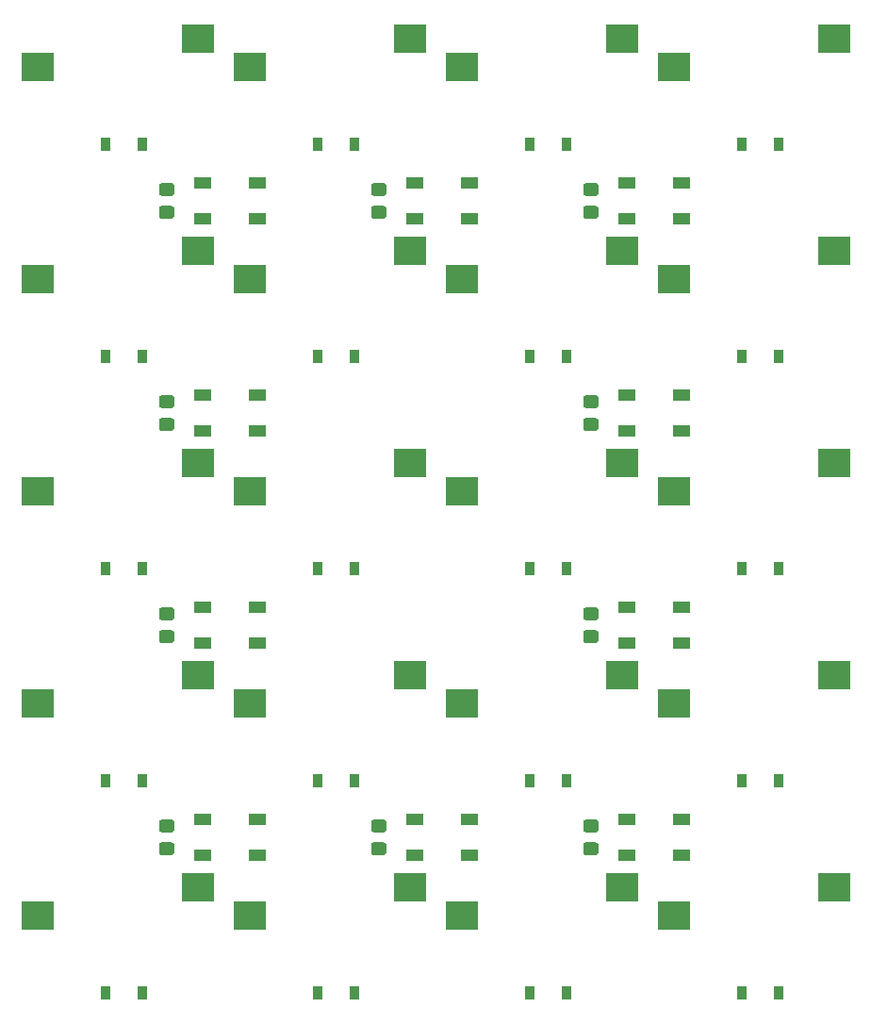
<source format=gbp>
%TF.GenerationSoftware,KiCad,Pcbnew,5.1.6*%
%TF.CreationDate,2020-07-17T23:24:30+10:00*%
%TF.ProjectId,macropad_v01,6d616372-6f70-4616-945f-7630312e6b69,rev?*%
%TF.SameCoordinates,Original*%
%TF.FileFunction,Paste,Bot*%
%TF.FilePolarity,Positive*%
%FSLAX46Y46*%
G04 Gerber Fmt 4.6, Leading zero omitted, Abs format (unit mm)*
G04 Created by KiCad (PCBNEW 5.1.6) date 2020-07-17 23:24:30*
%MOMM*%
%LPD*%
G01*
G04 APERTURE LIST*
%ADD10R,3.000000X2.500000*%
%ADD11R,1.500000X1.000000*%
%ADD12R,0.900000X1.200000*%
G04 APERTURE END LIST*
D10*
%TO.C,K3*%
X123440000Y-93980000D03*
X109040000Y-96520000D03*
%TD*%
%TO.C,K2*%
X123440000Y-74930000D03*
X109040000Y-77470000D03*
%TD*%
%TO.C,K9*%
X142490000Y-113030000D03*
X128090000Y-115570000D03*
%TD*%
D11*
%TO.C,LED10*%
X123915000Y-91135000D03*
X123915000Y-87935000D03*
X128815000Y-91135000D03*
X128815000Y-87935000D03*
%TD*%
%TO.C,C10*%
G36*
G01*
X120199999Y-87935000D02*
X121100001Y-87935000D01*
G75*
G02*
X121350000Y-88184999I0J-249999D01*
G01*
X121350000Y-88835001D01*
G75*
G02*
X121100001Y-89085000I-249999J0D01*
G01*
X120199999Y-89085000D01*
G75*
G02*
X119950000Y-88835001I0J249999D01*
G01*
X119950000Y-88184999D01*
G75*
G02*
X120199999Y-87935000I249999J0D01*
G01*
G37*
G36*
G01*
X120199999Y-89985000D02*
X121100001Y-89985000D01*
G75*
G02*
X121350000Y-90234999I0J-249999D01*
G01*
X121350000Y-90885001D01*
G75*
G02*
X121100001Y-91135000I-249999J0D01*
G01*
X120199999Y-91135000D01*
G75*
G02*
X119950000Y-90885001I0J249999D01*
G01*
X119950000Y-90234999D01*
G75*
G02*
X120199999Y-89985000I249999J0D01*
G01*
G37*
%TD*%
%TO.C,C1*%
G36*
G01*
X120199999Y-68885000D02*
X121100001Y-68885000D01*
G75*
G02*
X121350000Y-69134999I0J-249999D01*
G01*
X121350000Y-69785001D01*
G75*
G02*
X121100001Y-70035000I-249999J0D01*
G01*
X120199999Y-70035000D01*
G75*
G02*
X119950000Y-69785001I0J249999D01*
G01*
X119950000Y-69134999D01*
G75*
G02*
X120199999Y-68885000I249999J0D01*
G01*
G37*
G36*
G01*
X120199999Y-70935000D02*
X121100001Y-70935000D01*
G75*
G02*
X121350000Y-71184999I0J-249999D01*
G01*
X121350000Y-71835001D01*
G75*
G02*
X121100001Y-72085000I-249999J0D01*
G01*
X120199999Y-72085000D01*
G75*
G02*
X119950000Y-71835001I0J249999D01*
G01*
X119950000Y-71184999D01*
G75*
G02*
X120199999Y-70935000I249999J0D01*
G01*
G37*
%TD*%
%TO.C,LED9*%
X123915000Y-110185000D03*
X123915000Y-106985000D03*
X128815000Y-110185000D03*
X128815000Y-106985000D03*
%TD*%
%TO.C,LED8*%
X123915000Y-129235000D03*
X123915000Y-126035000D03*
X128815000Y-129235000D03*
X128815000Y-126035000D03*
%TD*%
%TO.C,LED7*%
X142965000Y-129235000D03*
X142965000Y-126035000D03*
X147865000Y-129235000D03*
X147865000Y-126035000D03*
%TD*%
%TO.C,LED6*%
X162015000Y-129235000D03*
X162015000Y-126035000D03*
X166915000Y-129235000D03*
X166915000Y-126035000D03*
%TD*%
%TO.C,LED5*%
X162015000Y-110185000D03*
X162015000Y-106985000D03*
X166915000Y-110185000D03*
X166915000Y-106985000D03*
%TD*%
%TO.C,LED4*%
X162015000Y-91135000D03*
X162015000Y-87935000D03*
X166915000Y-91135000D03*
X166915000Y-87935000D03*
%TD*%
%TO.C,LED3*%
X162015000Y-72085000D03*
X162015000Y-68885000D03*
X166915000Y-72085000D03*
X166915000Y-68885000D03*
%TD*%
%TO.C,LED2*%
X142965000Y-72085000D03*
X142965000Y-68885000D03*
X147865000Y-72085000D03*
X147865000Y-68885000D03*
%TD*%
%TO.C,LED1*%
X123915000Y-72085000D03*
X123915000Y-68885000D03*
X128815000Y-72085000D03*
X128815000Y-68885000D03*
%TD*%
D10*
%TO.C,K20*%
X180590000Y-132080000D03*
X166190000Y-134620000D03*
%TD*%
%TO.C,K19*%
X180590000Y-113030000D03*
X166190000Y-115570000D03*
%TD*%
%TO.C,K18*%
X180590000Y-93980000D03*
X166190000Y-96520000D03*
%TD*%
%TO.C,K17*%
X180590000Y-74930000D03*
X166190000Y-77470000D03*
%TD*%
%TO.C,K16*%
X180590000Y-55880000D03*
X166190000Y-58420000D03*
%TD*%
%TO.C,K15*%
X161540000Y-132080000D03*
X147140000Y-134620000D03*
%TD*%
%TO.C,K14*%
X161540000Y-113030000D03*
X147140000Y-115570000D03*
%TD*%
%TO.C,K13*%
X161540000Y-93980000D03*
X147140000Y-96520000D03*
%TD*%
%TO.C,K12*%
X161540000Y-74930000D03*
X147140000Y-77470000D03*
%TD*%
%TO.C,K11*%
X161540000Y-55880000D03*
X147140000Y-58420000D03*
%TD*%
%TO.C,K10*%
X142490000Y-132080000D03*
X128090000Y-134620000D03*
%TD*%
%TO.C,K8*%
X142490000Y-93980000D03*
X128090000Y-96520000D03*
%TD*%
%TO.C,K7*%
X142490000Y-74930000D03*
X128090000Y-77470000D03*
%TD*%
%TO.C,K6*%
X142490000Y-55880000D03*
X128090000Y-58420000D03*
%TD*%
%TO.C,K5*%
X123440000Y-132080000D03*
X109040000Y-134620000D03*
%TD*%
%TO.C,K4*%
X123440000Y-113030000D03*
X109040000Y-115570000D03*
%TD*%
%TO.C,K1*%
X123440000Y-55880000D03*
X109040000Y-58420000D03*
%TD*%
D12*
%TO.C,D20*%
X172340000Y-141605000D03*
X175640000Y-141605000D03*
%TD*%
%TO.C,D19*%
X172340000Y-122555000D03*
X175640000Y-122555000D03*
%TD*%
%TO.C,D18*%
X172340000Y-103505000D03*
X175640000Y-103505000D03*
%TD*%
%TO.C,D17*%
X172340000Y-84455000D03*
X175640000Y-84455000D03*
%TD*%
%TO.C,D16*%
X172340000Y-65405000D03*
X175640000Y-65405000D03*
%TD*%
%TO.C,D15*%
X153290000Y-141564360D03*
X156590000Y-141564360D03*
%TD*%
%TO.C,D14*%
X153290000Y-122555000D03*
X156590000Y-122555000D03*
%TD*%
%TO.C,D13*%
X153290000Y-103505000D03*
X156590000Y-103505000D03*
%TD*%
%TO.C,D12*%
X153290000Y-84455000D03*
X156590000Y-84455000D03*
%TD*%
%TO.C,D11*%
X153290000Y-65405000D03*
X156590000Y-65405000D03*
%TD*%
%TO.C,D10*%
X134240000Y-141605000D03*
X137540000Y-141605000D03*
%TD*%
%TO.C,D9*%
X134240000Y-122555000D03*
X137540000Y-122555000D03*
%TD*%
%TO.C,D8*%
X134240000Y-103505000D03*
X137540000Y-103505000D03*
%TD*%
%TO.C,D7*%
X134240000Y-84455000D03*
X137540000Y-84455000D03*
%TD*%
%TO.C,D6*%
X134240000Y-65405000D03*
X137540000Y-65405000D03*
%TD*%
%TO.C,D5*%
X115190000Y-141605000D03*
X118490000Y-141605000D03*
%TD*%
%TO.C,D4*%
X115190000Y-122555000D03*
X118490000Y-122555000D03*
%TD*%
%TO.C,D3*%
X115190000Y-103505000D03*
X118490000Y-103505000D03*
%TD*%
%TO.C,D2*%
X115190000Y-84455000D03*
X118490000Y-84455000D03*
%TD*%
%TO.C,D1*%
X115190000Y-65405000D03*
X118490000Y-65405000D03*
%TD*%
%TO.C,C9*%
G36*
G01*
X120199999Y-106985000D02*
X121100001Y-106985000D01*
G75*
G02*
X121350000Y-107234999I0J-249999D01*
G01*
X121350000Y-107885001D01*
G75*
G02*
X121100001Y-108135000I-249999J0D01*
G01*
X120199999Y-108135000D01*
G75*
G02*
X119950000Y-107885001I0J249999D01*
G01*
X119950000Y-107234999D01*
G75*
G02*
X120199999Y-106985000I249999J0D01*
G01*
G37*
G36*
G01*
X120199999Y-109035000D02*
X121100001Y-109035000D01*
G75*
G02*
X121350000Y-109284999I0J-249999D01*
G01*
X121350000Y-109935001D01*
G75*
G02*
X121100001Y-110185000I-249999J0D01*
G01*
X120199999Y-110185000D01*
G75*
G02*
X119950000Y-109935001I0J249999D01*
G01*
X119950000Y-109284999D01*
G75*
G02*
X120199999Y-109035000I249999J0D01*
G01*
G37*
%TD*%
%TO.C,C8*%
G36*
G01*
X120199999Y-126035000D02*
X121100001Y-126035000D01*
G75*
G02*
X121350000Y-126284999I0J-249999D01*
G01*
X121350000Y-126935001D01*
G75*
G02*
X121100001Y-127185000I-249999J0D01*
G01*
X120199999Y-127185000D01*
G75*
G02*
X119950000Y-126935001I0J249999D01*
G01*
X119950000Y-126284999D01*
G75*
G02*
X120199999Y-126035000I249999J0D01*
G01*
G37*
G36*
G01*
X120199999Y-128085000D02*
X121100001Y-128085000D01*
G75*
G02*
X121350000Y-128334999I0J-249999D01*
G01*
X121350000Y-128985001D01*
G75*
G02*
X121100001Y-129235000I-249999J0D01*
G01*
X120199999Y-129235000D01*
G75*
G02*
X119950000Y-128985001I0J249999D01*
G01*
X119950000Y-128334999D01*
G75*
G02*
X120199999Y-128085000I249999J0D01*
G01*
G37*
%TD*%
%TO.C,C7*%
G36*
G01*
X139249999Y-126035000D02*
X140150001Y-126035000D01*
G75*
G02*
X140400000Y-126284999I0J-249999D01*
G01*
X140400000Y-126935001D01*
G75*
G02*
X140150001Y-127185000I-249999J0D01*
G01*
X139249999Y-127185000D01*
G75*
G02*
X139000000Y-126935001I0J249999D01*
G01*
X139000000Y-126284999D01*
G75*
G02*
X139249999Y-126035000I249999J0D01*
G01*
G37*
G36*
G01*
X139249999Y-128085000D02*
X140150001Y-128085000D01*
G75*
G02*
X140400000Y-128334999I0J-249999D01*
G01*
X140400000Y-128985001D01*
G75*
G02*
X140150001Y-129235000I-249999J0D01*
G01*
X139249999Y-129235000D01*
G75*
G02*
X139000000Y-128985001I0J249999D01*
G01*
X139000000Y-128334999D01*
G75*
G02*
X139249999Y-128085000I249999J0D01*
G01*
G37*
%TD*%
%TO.C,C6*%
G36*
G01*
X158299999Y-126035000D02*
X159200001Y-126035000D01*
G75*
G02*
X159450000Y-126284999I0J-249999D01*
G01*
X159450000Y-126935001D01*
G75*
G02*
X159200001Y-127185000I-249999J0D01*
G01*
X158299999Y-127185000D01*
G75*
G02*
X158050000Y-126935001I0J249999D01*
G01*
X158050000Y-126284999D01*
G75*
G02*
X158299999Y-126035000I249999J0D01*
G01*
G37*
G36*
G01*
X158299999Y-128085000D02*
X159200001Y-128085000D01*
G75*
G02*
X159450000Y-128334999I0J-249999D01*
G01*
X159450000Y-128985001D01*
G75*
G02*
X159200001Y-129235000I-249999J0D01*
G01*
X158299999Y-129235000D01*
G75*
G02*
X158050000Y-128985001I0J249999D01*
G01*
X158050000Y-128334999D01*
G75*
G02*
X158299999Y-128085000I249999J0D01*
G01*
G37*
%TD*%
%TO.C,C5*%
G36*
G01*
X158299999Y-106985000D02*
X159200001Y-106985000D01*
G75*
G02*
X159450000Y-107234999I0J-249999D01*
G01*
X159450000Y-107885001D01*
G75*
G02*
X159200001Y-108135000I-249999J0D01*
G01*
X158299999Y-108135000D01*
G75*
G02*
X158050000Y-107885001I0J249999D01*
G01*
X158050000Y-107234999D01*
G75*
G02*
X158299999Y-106985000I249999J0D01*
G01*
G37*
G36*
G01*
X158299999Y-109035000D02*
X159200001Y-109035000D01*
G75*
G02*
X159450000Y-109284999I0J-249999D01*
G01*
X159450000Y-109935001D01*
G75*
G02*
X159200001Y-110185000I-249999J0D01*
G01*
X158299999Y-110185000D01*
G75*
G02*
X158050000Y-109935001I0J249999D01*
G01*
X158050000Y-109284999D01*
G75*
G02*
X158299999Y-109035000I249999J0D01*
G01*
G37*
%TD*%
%TO.C,C4*%
G36*
G01*
X158299999Y-87935000D02*
X159200001Y-87935000D01*
G75*
G02*
X159450000Y-88184999I0J-249999D01*
G01*
X159450000Y-88835001D01*
G75*
G02*
X159200001Y-89085000I-249999J0D01*
G01*
X158299999Y-89085000D01*
G75*
G02*
X158050000Y-88835001I0J249999D01*
G01*
X158050000Y-88184999D01*
G75*
G02*
X158299999Y-87935000I249999J0D01*
G01*
G37*
G36*
G01*
X158299999Y-89985000D02*
X159200001Y-89985000D01*
G75*
G02*
X159450000Y-90234999I0J-249999D01*
G01*
X159450000Y-90885001D01*
G75*
G02*
X159200001Y-91135000I-249999J0D01*
G01*
X158299999Y-91135000D01*
G75*
G02*
X158050000Y-90885001I0J249999D01*
G01*
X158050000Y-90234999D01*
G75*
G02*
X158299999Y-89985000I249999J0D01*
G01*
G37*
%TD*%
%TO.C,C3*%
G36*
G01*
X158299999Y-68885000D02*
X159200001Y-68885000D01*
G75*
G02*
X159450000Y-69134999I0J-249999D01*
G01*
X159450000Y-69785001D01*
G75*
G02*
X159200001Y-70035000I-249999J0D01*
G01*
X158299999Y-70035000D01*
G75*
G02*
X158050000Y-69785001I0J249999D01*
G01*
X158050000Y-69134999D01*
G75*
G02*
X158299999Y-68885000I249999J0D01*
G01*
G37*
G36*
G01*
X158299999Y-70935000D02*
X159200001Y-70935000D01*
G75*
G02*
X159450000Y-71184999I0J-249999D01*
G01*
X159450000Y-71835001D01*
G75*
G02*
X159200001Y-72085000I-249999J0D01*
G01*
X158299999Y-72085000D01*
G75*
G02*
X158050000Y-71835001I0J249999D01*
G01*
X158050000Y-71184999D01*
G75*
G02*
X158299999Y-70935000I249999J0D01*
G01*
G37*
%TD*%
%TO.C,C2*%
G36*
G01*
X139249999Y-68885000D02*
X140150001Y-68885000D01*
G75*
G02*
X140400000Y-69134999I0J-249999D01*
G01*
X140400000Y-69785001D01*
G75*
G02*
X140150001Y-70035000I-249999J0D01*
G01*
X139249999Y-70035000D01*
G75*
G02*
X139000000Y-69785001I0J249999D01*
G01*
X139000000Y-69134999D01*
G75*
G02*
X139249999Y-68885000I249999J0D01*
G01*
G37*
G36*
G01*
X139249999Y-70935000D02*
X140150001Y-70935000D01*
G75*
G02*
X140400000Y-71184999I0J-249999D01*
G01*
X140400000Y-71835001D01*
G75*
G02*
X140150001Y-72085000I-249999J0D01*
G01*
X139249999Y-72085000D01*
G75*
G02*
X139000000Y-71835001I0J249999D01*
G01*
X139000000Y-71184999D01*
G75*
G02*
X139249999Y-70935000I249999J0D01*
G01*
G37*
%TD*%
M02*

</source>
